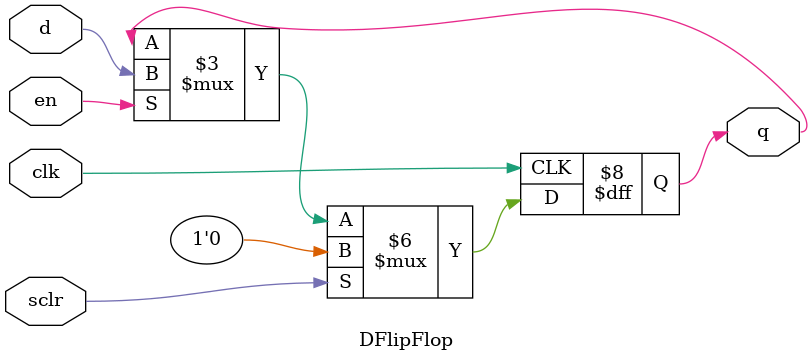
<source format=v>
module DFlipFlop(input clk, en, sclr, d, output reg q = 1'b0);
    always @(posedge clk) begin
        if (sclr)
            q <= 1'b0;
        else if (en)
            q <= d;
    end
endmodule

</source>
